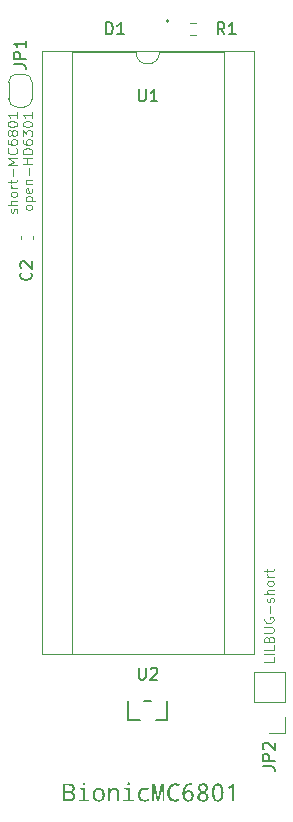
<source format=gbr>
G04 #@! TF.GenerationSoftware,KiCad,Pcbnew,8.0.4+dfsg-1*
G04 #@! TF.CreationDate,2025-02-23T14:36:13+09:00*
G04 #@! TF.ProjectId,bionic-mc6801,62696f6e-6963-42d6-9d63-363830312e6b,6*
G04 #@! TF.SameCoordinates,Original*
G04 #@! TF.FileFunction,Legend,Top*
G04 #@! TF.FilePolarity,Positive*
%FSLAX46Y46*%
G04 Gerber Fmt 4.6, Leading zero omitted, Abs format (unit mm)*
G04 Created by KiCad (PCBNEW 8.0.4+dfsg-1) date 2025-02-23 14:36:13*
%MOMM*%
%LPD*%
G01*
G04 APERTURE LIST*
%ADD10C,0.150000*%
%ADD11C,0.100000*%
%ADD12C,0.152400*%
%ADD13C,0.120000*%
G04 APERTURE END LIST*
D10*
G36*
X107069392Y-135672063D02*
G01*
X107146198Y-135678637D01*
X107228376Y-135692311D01*
X107299659Y-135712297D01*
X107369049Y-135743590D01*
X107394248Y-135759631D01*
X107450027Y-135811219D01*
X107489869Y-135876592D01*
X107513774Y-135955750D01*
X107521618Y-136036321D01*
X107521743Y-136048692D01*
X107513836Y-136126373D01*
X107486873Y-136201904D01*
X107440776Y-136267045D01*
X107384591Y-136314622D01*
X107317243Y-136348819D01*
X107238732Y-136369634D01*
X107221690Y-136372192D01*
X107221690Y-136382450D01*
X107301890Y-136400127D01*
X107371396Y-136425315D01*
X107443241Y-136467361D01*
X107498378Y-136521142D01*
X107536807Y-136586658D01*
X107558528Y-136663909D01*
X107563874Y-136734160D01*
X107559251Y-136807481D01*
X107542168Y-136885274D01*
X107512498Y-136954722D01*
X107470240Y-137015826D01*
X107432350Y-137054362D01*
X107370392Y-137099615D01*
X107299284Y-137133753D01*
X107219024Y-137156776D01*
X107142946Y-137167664D01*
X107074412Y-137170500D01*
X106531460Y-137170500D01*
X106531460Y-137006735D01*
X106724168Y-137006735D01*
X107040340Y-137006735D01*
X107115473Y-137002355D01*
X107195302Y-136984565D01*
X107270436Y-136945152D01*
X107323029Y-136886033D01*
X107353082Y-136807207D01*
X107360909Y-136726466D01*
X107352760Y-136651635D01*
X107321470Y-136578580D01*
X107266713Y-136523788D01*
X107188489Y-136487261D01*
X107105375Y-136470772D01*
X107027151Y-136466714D01*
X106724168Y-136466714D01*
X106724168Y-137006735D01*
X106531460Y-137006735D01*
X106531460Y-136302949D01*
X106724168Y-136302949D01*
X107016526Y-136302949D01*
X107091494Y-136299446D01*
X107169875Y-136285213D01*
X107241454Y-136253683D01*
X107250999Y-136246895D01*
X107298678Y-136189259D01*
X107321115Y-136114589D01*
X107324639Y-136061515D01*
X107315331Y-135985822D01*
X107280331Y-135917465D01*
X107245870Y-135886759D01*
X107173811Y-135854387D01*
X107093926Y-135838824D01*
X107017036Y-135833844D01*
X106996010Y-135833636D01*
X106724168Y-135833636D01*
X106724168Y-136302949D01*
X106531460Y-136302949D01*
X106531460Y-135669871D01*
X106985019Y-135669871D01*
X107069392Y-135672063D01*
G37*
G36*
X108304663Y-135576082D02*
G01*
X108379295Y-135598452D01*
X108412134Y-135665561D01*
X108413840Y-135692952D01*
X108395498Y-135765080D01*
X108381233Y-135781613D01*
X108312869Y-135810301D01*
X108304663Y-135810555D01*
X108233264Y-135791146D01*
X108197080Y-135726832D01*
X108194387Y-135692952D01*
X108212587Y-135617284D01*
X108278817Y-135577908D01*
X108304663Y-135576082D01*
G37*
G36*
X108210141Y-136192307D02*
G01*
X107932803Y-136170691D01*
X107932803Y-136045028D01*
X108397353Y-136045028D01*
X108397353Y-137023221D01*
X108760054Y-137043737D01*
X108760054Y-137170500D01*
X107855500Y-137170500D01*
X107855500Y-137043737D01*
X108210141Y-137023221D01*
X108210141Y-136192307D01*
G37*
G36*
X109629096Y-136027197D02*
G01*
X109704736Y-136044044D01*
X109774657Y-136072122D01*
X109838859Y-136111432D01*
X109897343Y-136161973D01*
X109915567Y-136181316D01*
X109964249Y-136244900D01*
X110002859Y-136315852D01*
X110031396Y-136394171D01*
X110049862Y-136479857D01*
X110057556Y-136556890D01*
X110058815Y-136605566D01*
X110055363Y-136688148D01*
X110045005Y-136765077D01*
X110027742Y-136836354D01*
X109997912Y-136914424D01*
X109958139Y-136984354D01*
X109917399Y-137036410D01*
X109861207Y-137089948D01*
X109798422Y-137132409D01*
X109729041Y-137163793D01*
X109653067Y-137184101D01*
X109570497Y-137193331D01*
X109541509Y-137193947D01*
X109460747Y-137188318D01*
X109385523Y-137171433D01*
X109315838Y-137143290D01*
X109251692Y-137103890D01*
X109193083Y-137053233D01*
X109174778Y-137033846D01*
X109125972Y-136969896D01*
X109087263Y-136898400D01*
X109058652Y-136819355D01*
X109042523Y-136747719D01*
X109033407Y-136670842D01*
X109031163Y-136605566D01*
X109224970Y-136605566D01*
X109227788Y-136682890D01*
X109240310Y-136774157D01*
X109262850Y-136851904D01*
X109305112Y-136930073D01*
X109363027Y-136987115D01*
X109436595Y-137023031D01*
X109525816Y-137037819D01*
X109545539Y-137038242D01*
X109620414Y-137031481D01*
X109699970Y-137004017D01*
X109763926Y-136955425D01*
X109812283Y-136885707D01*
X109839738Y-136814721D01*
X109857209Y-136730214D01*
X109864696Y-136632186D01*
X109865008Y-136605566D01*
X109862181Y-136529028D01*
X109849616Y-136438687D01*
X109826999Y-136361731D01*
X109784591Y-136284356D01*
X109726478Y-136227893D01*
X109652657Y-136192343D01*
X109563131Y-136177704D01*
X109543341Y-136177286D01*
X109468722Y-136183978D01*
X109389441Y-136211164D01*
X109325704Y-136259261D01*
X109277514Y-136328271D01*
X109250154Y-136398536D01*
X109232743Y-136482184D01*
X109225281Y-136579217D01*
X109224970Y-136605566D01*
X109031163Y-136605566D01*
X109034571Y-136523749D01*
X109044795Y-136447514D01*
X109066060Y-136363399D01*
X109097139Y-136287321D01*
X109138033Y-136219280D01*
X109170748Y-136178385D01*
X109226531Y-136125096D01*
X109289193Y-136082833D01*
X109358732Y-136051594D01*
X109435149Y-136031381D01*
X109518444Y-136022194D01*
X109547737Y-136021581D01*
X109629096Y-136027197D01*
G37*
G36*
X111087200Y-137170500D02*
G01*
X111087200Y-136444366D01*
X111081216Y-136367424D01*
X111058238Y-136292308D01*
X111009649Y-136228407D01*
X110937604Y-136190066D01*
X110857181Y-136177547D01*
X110842102Y-136177286D01*
X110767913Y-136183674D01*
X110689088Y-136209628D01*
X110625718Y-136255545D01*
X110577804Y-136321426D01*
X110545347Y-136407271D01*
X110530509Y-136490321D01*
X110525563Y-136586148D01*
X110525563Y-137170500D01*
X110337985Y-137170500D01*
X110337985Y-136045028D01*
X110489293Y-136045028D01*
X110517137Y-136194871D01*
X110527395Y-136194871D01*
X110571951Y-136135980D01*
X110635850Y-136082673D01*
X110712581Y-136045950D01*
X110788564Y-136027673D01*
X110873976Y-136021581D01*
X110967914Y-136028021D01*
X111049327Y-136047341D01*
X111118215Y-136079541D01*
X111186711Y-136137904D01*
X111227418Y-136199084D01*
X111255599Y-136273144D01*
X111271255Y-136360083D01*
X111274778Y-136433741D01*
X111274778Y-137170500D01*
X111087200Y-137170500D01*
G37*
G36*
X112085542Y-135576082D02*
G01*
X112160175Y-135598452D01*
X112193013Y-135665561D01*
X112194719Y-135692952D01*
X112176378Y-135765080D01*
X112162112Y-135781613D01*
X112093748Y-135810301D01*
X112085542Y-135810555D01*
X112014143Y-135791146D01*
X111977959Y-135726832D01*
X111975267Y-135692952D01*
X111993466Y-135617284D01*
X112059696Y-135577908D01*
X112085542Y-135576082D01*
G37*
G36*
X111991020Y-136192307D02*
G01*
X111713683Y-136170691D01*
X111713683Y-136045028D01*
X112178232Y-136045028D01*
X112178232Y-137023221D01*
X112540933Y-137043737D01*
X112540933Y-137170500D01*
X111636380Y-137170500D01*
X111636380Y-137043737D01*
X111991020Y-137023221D01*
X111991020Y-136192307D01*
G37*
G36*
X113786938Y-136082398D02*
G01*
X113723191Y-136245063D01*
X113647948Y-136218937D01*
X113576828Y-136200275D01*
X113501744Y-136188204D01*
X113446952Y-136185346D01*
X113357393Y-136192004D01*
X113279775Y-136211976D01*
X113214099Y-136245264D01*
X113148795Y-136305598D01*
X113109987Y-136368844D01*
X113083119Y-136445406D01*
X113068192Y-136535282D01*
X113064834Y-136611428D01*
X113068102Y-136686264D01*
X113082628Y-136774595D01*
X113108774Y-136849840D01*
X113157799Y-136925493D01*
X113224981Y-136980700D01*
X113310319Y-137015460D01*
X113391664Y-137028546D01*
X113436694Y-137030182D01*
X113518095Y-137026198D01*
X113600367Y-137014245D01*
X113673068Y-136997250D01*
X113746436Y-136974154D01*
X113767521Y-136966435D01*
X113767521Y-137131299D01*
X113694545Y-137158707D01*
X113613739Y-137178285D01*
X113536610Y-137188991D01*
X113453485Y-137193702D01*
X113428634Y-137193947D01*
X113348747Y-137190289D01*
X113274639Y-137179314D01*
X113193336Y-137156486D01*
X113120354Y-137123123D01*
X113055692Y-137079223D01*
X113017207Y-137044104D01*
X112967528Y-136983327D01*
X112928129Y-136913380D01*
X112899007Y-136834263D01*
X112882590Y-136761326D01*
X112873311Y-136682021D01*
X112871027Y-136613992D01*
X112874677Y-136526918D01*
X112885625Y-136446588D01*
X112903871Y-136373002D01*
X112935401Y-136293601D01*
X112977442Y-136223912D01*
X113020504Y-136173256D01*
X113080821Y-136121710D01*
X113149664Y-136080829D01*
X113227035Y-136050613D01*
X113312931Y-136031061D01*
X113391025Y-136022914D01*
X113440724Y-136021581D01*
X113520027Y-136024491D01*
X113597332Y-136033222D01*
X113672638Y-136047773D01*
X113745945Y-136068144D01*
X113786938Y-136082398D01*
G37*
G36*
X114502081Y-137170500D02*
G01*
X114215951Y-135857450D01*
X114207524Y-135851588D01*
X114212907Y-135934059D01*
X114217377Y-136010198D01*
X114221538Y-136093205D01*
X114224384Y-136167094D01*
X114226044Y-136241771D01*
X114226209Y-136269976D01*
X114226209Y-137170500D01*
X114070504Y-137170500D01*
X114070504Y-135669871D01*
X114325127Y-135669871D01*
X114580483Y-136892429D01*
X114586711Y-136892429D01*
X114844265Y-135669871D01*
X115104017Y-135669871D01*
X115104017Y-137170500D01*
X114946114Y-137170500D01*
X114946114Y-136256787D01*
X114947274Y-136182399D01*
X114949778Y-136103464D01*
X114953041Y-136021126D01*
X114956547Y-135942161D01*
X114960769Y-135853786D01*
X114952709Y-135853786D01*
X114661083Y-137170500D01*
X114502081Y-137170500D01*
G37*
G36*
X116372371Y-136965336D02*
G01*
X116372371Y-137132764D01*
X116292847Y-137159531D01*
X116216313Y-137176679D01*
X116133294Y-137187972D01*
X116056971Y-137192991D01*
X116003442Y-137193947D01*
X115926185Y-137190793D01*
X115836182Y-137177979D01*
X115753478Y-137155308D01*
X115678073Y-137122781D01*
X115609967Y-137080397D01*
X115549159Y-137028156D01*
X115516177Y-136992080D01*
X115467521Y-136924855D01*
X115427112Y-136849348D01*
X115394950Y-136765559D01*
X115375157Y-136692563D01*
X115360643Y-136614267D01*
X115351407Y-136530670D01*
X115347448Y-136441773D01*
X115347283Y-136418720D01*
X115350163Y-136331926D01*
X115358801Y-136249780D01*
X115373198Y-136172283D01*
X115393354Y-136099434D01*
X115426647Y-136014909D01*
X115468938Y-135937647D01*
X115520227Y-135867647D01*
X115531565Y-135854519D01*
X115592559Y-135794570D01*
X115660136Y-135744781D01*
X115734296Y-135705154D01*
X115815039Y-135675687D01*
X115902365Y-135656382D01*
X115976966Y-135648253D01*
X116035682Y-135646424D01*
X116118650Y-135649541D01*
X116197472Y-135658892D01*
X116272146Y-135674477D01*
X116342672Y-135696295D01*
X116419711Y-135729630D01*
X116430256Y-135735084D01*
X116350022Y-135895918D01*
X116280634Y-135864512D01*
X116201763Y-135838066D01*
X116123350Y-135821694D01*
X116045394Y-135815397D01*
X116035682Y-135815318D01*
X115955719Y-135821050D01*
X115882066Y-135838244D01*
X115804116Y-135872793D01*
X115734755Y-135922945D01*
X115682140Y-135978350D01*
X115637318Y-136043557D01*
X115601769Y-136116905D01*
X115575494Y-136198392D01*
X115560682Y-136272516D01*
X115552310Y-136352294D01*
X115550249Y-136420185D01*
X115553263Y-136509038D01*
X115562306Y-136591039D01*
X115577378Y-136666188D01*
X115603421Y-136747323D01*
X115638145Y-136818593D01*
X115673714Y-136870447D01*
X115733342Y-136930689D01*
X115803875Y-136976135D01*
X115873010Y-137003311D01*
X115950157Y-137019618D01*
X116035315Y-137025053D01*
X116116189Y-137020329D01*
X116197224Y-137008199D01*
X116275192Y-136991462D01*
X116347269Y-136972567D01*
X116372371Y-136965336D01*
G37*
G36*
X117366832Y-135649155D02*
G01*
X117441344Y-135659243D01*
X117468899Y-135665841D01*
X117468899Y-135825576D01*
X117394812Y-135811639D01*
X117315932Y-135806330D01*
X117297807Y-135806159D01*
X117215285Y-135811234D01*
X117140825Y-135826458D01*
X117064147Y-135857047D01*
X116998443Y-135901451D01*
X116950860Y-135950506D01*
X116905259Y-136021598D01*
X116874210Y-136095426D01*
X116854002Y-136166040D01*
X116838947Y-136244920D01*
X116829044Y-136332063D01*
X116824830Y-136407729D01*
X116837287Y-136407729D01*
X116885851Y-136339493D01*
X116945950Y-136288017D01*
X117017584Y-136253300D01*
X117100754Y-136235343D01*
X117153459Y-136232607D01*
X117237140Y-136238462D01*
X117312511Y-136256029D01*
X117388475Y-136290444D01*
X117453585Y-136340155D01*
X117468166Y-136354973D01*
X117518015Y-136421743D01*
X117549949Y-136489332D01*
X117570979Y-136565478D01*
X117581104Y-136650178D01*
X117582105Y-136689097D01*
X117577739Y-136773534D01*
X117564640Y-136850990D01*
X117542809Y-136921465D01*
X117506301Y-136994863D01*
X117457908Y-137058758D01*
X117399504Y-137111434D01*
X117332966Y-137151172D01*
X117258294Y-137177972D01*
X117175487Y-137191834D01*
X117124516Y-137193947D01*
X117043506Y-137187855D01*
X116968909Y-137169578D01*
X116900727Y-137139117D01*
X116838958Y-137096471D01*
X116783604Y-137041641D01*
X116766579Y-137020657D01*
X116721258Y-136950486D01*
X116685314Y-136870218D01*
X116662524Y-136795614D01*
X116646245Y-136713998D01*
X116639423Y-136652094D01*
X116820800Y-136652094D01*
X116825998Y-136727290D01*
X116844272Y-136805536D01*
X116875702Y-136877059D01*
X116903965Y-136921005D01*
X116955038Y-136975729D01*
X117021370Y-137015528D01*
X117097791Y-137033217D01*
X117122685Y-137034212D01*
X117198848Y-137025411D01*
X117269736Y-136995398D01*
X117327116Y-136944086D01*
X117365949Y-136880352D01*
X117388602Y-136810327D01*
X117399604Y-136728304D01*
X117400755Y-136687998D01*
X117395162Y-136609955D01*
X117375828Y-136535952D01*
X117338609Y-136470004D01*
X117330047Y-136459753D01*
X117268790Y-136411084D01*
X117197702Y-136386203D01*
X117128913Y-136379885D01*
X117051282Y-136388007D01*
X116981881Y-136412372D01*
X116920708Y-136452979D01*
X116909461Y-136463050D01*
X116858983Y-136522745D01*
X116827814Y-136594186D01*
X116820800Y-136652094D01*
X116639423Y-136652094D01*
X116636478Y-136625370D01*
X116633352Y-136549418D01*
X116633222Y-136529728D01*
X116635794Y-136422766D01*
X116643509Y-136322704D01*
X116656367Y-136229543D01*
X116674369Y-136143283D01*
X116697515Y-136063923D01*
X116725803Y-135991465D01*
X116759236Y-135925907D01*
X116819028Y-135840510D01*
X116890393Y-135770639D01*
X116973330Y-135716295D01*
X117067840Y-135677478D01*
X117173923Y-135654188D01*
X117251074Y-135647287D01*
X117291579Y-135646424D01*
X117366832Y-135649155D01*
G37*
G36*
X118447147Y-135651087D02*
G01*
X118519760Y-135665077D01*
X118594247Y-135692486D01*
X118659666Y-135732076D01*
X118674604Y-135743877D01*
X118726055Y-135796885D01*
X118766366Y-135866756D01*
X118786579Y-135937962D01*
X118792207Y-136007293D01*
X118782714Y-136092000D01*
X118754236Y-136169443D01*
X118706774Y-136239622D01*
X118652719Y-136292555D01*
X118585480Y-136340444D01*
X118522196Y-136375123D01*
X118596814Y-136417518D01*
X118661483Y-136462272D01*
X118728329Y-136521530D01*
X118779629Y-136584474D01*
X118815383Y-136651103D01*
X118837769Y-136735922D01*
X118840567Y-136780322D01*
X118834343Y-136858560D01*
X118815673Y-136929787D01*
X118779093Y-137002602D01*
X118726257Y-137066257D01*
X118710507Y-137080740D01*
X118649770Y-137124851D01*
X118581038Y-137158128D01*
X118504312Y-137180570D01*
X118419591Y-137192178D01*
X118367590Y-137193947D01*
X118287623Y-137190199D01*
X118214507Y-137178955D01*
X118137866Y-137156362D01*
X118070552Y-137123566D01*
X118020277Y-137087335D01*
X117965780Y-137028556D01*
X117926854Y-136959199D01*
X117903498Y-136879263D01*
X117895835Y-136800641D01*
X117895713Y-136788748D01*
X117895778Y-136788015D01*
X118078895Y-136788015D01*
X118088890Y-136871684D01*
X118125816Y-136947418D01*
X118189950Y-136999591D01*
X118266577Y-137025557D01*
X118345703Y-137033972D01*
X118363194Y-137034212D01*
X118437080Y-137028909D01*
X118513690Y-137008023D01*
X118580082Y-136967167D01*
X118626965Y-136909242D01*
X118652210Y-136836581D01*
X118657018Y-136779955D01*
X118644606Y-136703239D01*
X118607370Y-136634657D01*
X118592172Y-136616557D01*
X118536854Y-136566922D01*
X118475622Y-136525538D01*
X118409127Y-136488169D01*
X118371620Y-136469278D01*
X118340846Y-136454990D01*
X118265382Y-136495868D01*
X118202708Y-136540878D01*
X118144383Y-136600345D01*
X118104476Y-136665763D01*
X118082988Y-136737131D01*
X118078895Y-136788015D01*
X117895778Y-136788015D01*
X117902806Y-136709014D01*
X117924085Y-136635362D01*
X117959550Y-136567792D01*
X118009200Y-136506304D01*
X118073037Y-136450899D01*
X118151059Y-136401575D01*
X118186240Y-136383549D01*
X118116475Y-136334800D01*
X118058535Y-136282205D01*
X118004615Y-136214014D01*
X117967722Y-136140285D01*
X117947857Y-136061017D01*
X117944841Y-136016452D01*
X118127622Y-136016452D01*
X118137369Y-136091265D01*
X118169446Y-136159593D01*
X118178546Y-136171790D01*
X118234676Y-136223409D01*
X118297931Y-136263279D01*
X118369789Y-136299285D01*
X118438604Y-136264753D01*
X118505786Y-136218591D01*
X118562937Y-136158224D01*
X118597228Y-136090844D01*
X118608658Y-136016452D01*
X118597956Y-135941146D01*
X118559010Y-135874240D01*
X118543812Y-135860015D01*
X118477744Y-135823199D01*
X118399694Y-135807474D01*
X118365392Y-135806159D01*
X118289795Y-135813732D01*
X118217487Y-135841712D01*
X118191736Y-135860015D01*
X118145716Y-135921211D01*
X118128185Y-135997646D01*
X118127622Y-136016452D01*
X117944841Y-136016452D01*
X117944073Y-136005095D01*
X117951561Y-135926922D01*
X117977884Y-135849159D01*
X118023161Y-135782176D01*
X118063874Y-135743511D01*
X118127919Y-135701035D01*
X118199887Y-135670696D01*
X118279777Y-135652492D01*
X118356181Y-135646519D01*
X118367590Y-135646424D01*
X118447147Y-135651087D01*
G37*
G36*
X119711153Y-135653418D02*
G01*
X119788403Y-135674399D01*
X119857435Y-135709369D01*
X119918250Y-135758326D01*
X119970848Y-135821270D01*
X119986554Y-135845360D01*
X120021806Y-135911839D01*
X120051083Y-135986940D01*
X120074385Y-136070663D01*
X120088725Y-136143850D01*
X120099240Y-136222556D01*
X120105932Y-136306779D01*
X120108800Y-136396521D01*
X120108920Y-136419819D01*
X120107032Y-136513561D01*
X120101369Y-136601255D01*
X120091931Y-136682902D01*
X120078718Y-136758500D01*
X120051819Y-136860558D01*
X120016426Y-136949008D01*
X119972538Y-137023850D01*
X119920156Y-137085085D01*
X119859280Y-137132712D01*
X119789910Y-137166731D01*
X119712045Y-137187143D01*
X119625685Y-137193947D01*
X119541227Y-137186953D01*
X119464806Y-137165971D01*
X119396421Y-137131002D01*
X119336074Y-137082045D01*
X119283764Y-137019101D01*
X119268114Y-136995011D01*
X119233073Y-136928514D01*
X119203971Y-136853360D01*
X119180809Y-136769547D01*
X119166555Y-136696262D01*
X119156102Y-136617437D01*
X119149450Y-136533070D01*
X119146600Y-136443162D01*
X119146481Y-136419819D01*
X119146496Y-136419086D01*
X119337357Y-136419086D01*
X119338444Y-136498015D01*
X119341707Y-136571219D01*
X119348845Y-136654674D01*
X119359381Y-136729185D01*
X119376512Y-136806791D01*
X119402683Y-136881053D01*
X119406966Y-136890231D01*
X119446739Y-136953223D01*
X119503363Y-137002576D01*
X119572564Y-137029150D01*
X119625685Y-137034212D01*
X119704627Y-137022794D01*
X119770817Y-136988540D01*
X119824256Y-136931449D01*
X119848435Y-136889864D01*
X119876129Y-136817874D01*
X119894453Y-136742355D01*
X119905905Y-136669681D01*
X119913887Y-136588152D01*
X119918399Y-136497769D01*
X119919509Y-136419086D01*
X119918399Y-136340925D01*
X119913887Y-136251112D01*
X119905905Y-136170065D01*
X119891746Y-136084378D01*
X119872589Y-136011314D01*
X119848435Y-135950873D01*
X119807860Y-135887561D01*
X119750170Y-135837956D01*
X119679730Y-135811247D01*
X119625685Y-135806159D01*
X119548099Y-135817519D01*
X119483091Y-135851600D01*
X119430660Y-135908400D01*
X119406966Y-135949774D01*
X119379843Y-136021193D01*
X119361897Y-136096335D01*
X119350680Y-136168772D01*
X119342863Y-136250136D01*
X119338444Y-136340427D01*
X119337357Y-136419086D01*
X119146496Y-136419086D01*
X119148353Y-136326166D01*
X119153968Y-136238555D01*
X119163328Y-136156986D01*
X119176431Y-136081459D01*
X119203106Y-135979498D01*
X119238204Y-135891131D01*
X119281725Y-135816360D01*
X119333670Y-135755183D01*
X119394039Y-135707601D01*
X119462831Y-135673614D01*
X119540046Y-135653222D01*
X119625685Y-135646424D01*
X119711153Y-135653418D01*
G37*
G36*
X121036554Y-137170500D02*
G01*
X120855204Y-137170500D01*
X120855204Y-136237370D01*
X120855841Y-136157826D01*
X120857219Y-136082856D01*
X120859013Y-136009470D01*
X120861375Y-135927660D01*
X120863264Y-135868441D01*
X120808220Y-135924671D01*
X120749104Y-135978415D01*
X120738700Y-135987509D01*
X120587392Y-136115370D01*
X120487374Y-135985677D01*
X120881948Y-135669871D01*
X121036554Y-135669871D01*
X121036554Y-137170500D01*
G37*
D11*
X124351895Y-124988782D02*
X124351895Y-125369734D01*
X124351895Y-125369734D02*
X123551895Y-125369734D01*
X124351895Y-124722115D02*
X123551895Y-124722115D01*
X124351895Y-123960211D02*
X124351895Y-124341163D01*
X124351895Y-124341163D02*
X123551895Y-124341163D01*
X123932847Y-123426878D02*
X123970942Y-123312592D01*
X123970942Y-123312592D02*
X124009038Y-123274497D01*
X124009038Y-123274497D02*
X124085228Y-123236401D01*
X124085228Y-123236401D02*
X124199514Y-123236401D01*
X124199514Y-123236401D02*
X124275704Y-123274497D01*
X124275704Y-123274497D02*
X124313800Y-123312592D01*
X124313800Y-123312592D02*
X124351895Y-123388782D01*
X124351895Y-123388782D02*
X124351895Y-123693544D01*
X124351895Y-123693544D02*
X123551895Y-123693544D01*
X123551895Y-123693544D02*
X123551895Y-123426878D01*
X123551895Y-123426878D02*
X123589990Y-123350687D01*
X123589990Y-123350687D02*
X123628085Y-123312592D01*
X123628085Y-123312592D02*
X123704276Y-123274497D01*
X123704276Y-123274497D02*
X123780466Y-123274497D01*
X123780466Y-123274497D02*
X123856657Y-123312592D01*
X123856657Y-123312592D02*
X123894752Y-123350687D01*
X123894752Y-123350687D02*
X123932847Y-123426878D01*
X123932847Y-123426878D02*
X123932847Y-123693544D01*
X123551895Y-122893544D02*
X124199514Y-122893544D01*
X124199514Y-122893544D02*
X124275704Y-122855449D01*
X124275704Y-122855449D02*
X124313800Y-122817354D01*
X124313800Y-122817354D02*
X124351895Y-122741163D01*
X124351895Y-122741163D02*
X124351895Y-122588782D01*
X124351895Y-122588782D02*
X124313800Y-122512592D01*
X124313800Y-122512592D02*
X124275704Y-122474497D01*
X124275704Y-122474497D02*
X124199514Y-122436401D01*
X124199514Y-122436401D02*
X123551895Y-122436401D01*
X123589990Y-121636402D02*
X123551895Y-121712592D01*
X123551895Y-121712592D02*
X123551895Y-121826878D01*
X123551895Y-121826878D02*
X123589990Y-121941164D01*
X123589990Y-121941164D02*
X123666180Y-122017354D01*
X123666180Y-122017354D02*
X123742371Y-122055449D01*
X123742371Y-122055449D02*
X123894752Y-122093545D01*
X123894752Y-122093545D02*
X124009038Y-122093545D01*
X124009038Y-122093545D02*
X124161419Y-122055449D01*
X124161419Y-122055449D02*
X124237609Y-122017354D01*
X124237609Y-122017354D02*
X124313800Y-121941164D01*
X124313800Y-121941164D02*
X124351895Y-121826878D01*
X124351895Y-121826878D02*
X124351895Y-121750687D01*
X124351895Y-121750687D02*
X124313800Y-121636402D01*
X124313800Y-121636402D02*
X124275704Y-121598306D01*
X124275704Y-121598306D02*
X124009038Y-121598306D01*
X124009038Y-121598306D02*
X124009038Y-121750687D01*
X124047133Y-121255449D02*
X124047133Y-120645926D01*
X124313800Y-120303069D02*
X124351895Y-120226878D01*
X124351895Y-120226878D02*
X124351895Y-120074497D01*
X124351895Y-120074497D02*
X124313800Y-119998307D01*
X124313800Y-119998307D02*
X124237609Y-119960211D01*
X124237609Y-119960211D02*
X124199514Y-119960211D01*
X124199514Y-119960211D02*
X124123323Y-119998307D01*
X124123323Y-119998307D02*
X124085228Y-120074497D01*
X124085228Y-120074497D02*
X124085228Y-120188783D01*
X124085228Y-120188783D02*
X124047133Y-120264973D01*
X124047133Y-120264973D02*
X123970942Y-120303069D01*
X123970942Y-120303069D02*
X123932847Y-120303069D01*
X123932847Y-120303069D02*
X123856657Y-120264973D01*
X123856657Y-120264973D02*
X123818561Y-120188783D01*
X123818561Y-120188783D02*
X123818561Y-120074497D01*
X123818561Y-120074497D02*
X123856657Y-119998307D01*
X124351895Y-119617354D02*
X123551895Y-119617354D01*
X124351895Y-119274497D02*
X123932847Y-119274497D01*
X123932847Y-119274497D02*
X123856657Y-119312592D01*
X123856657Y-119312592D02*
X123818561Y-119388783D01*
X123818561Y-119388783D02*
X123818561Y-119503069D01*
X123818561Y-119503069D02*
X123856657Y-119579259D01*
X123856657Y-119579259D02*
X123894752Y-119617354D01*
X124351895Y-118779259D02*
X124313800Y-118855449D01*
X124313800Y-118855449D02*
X124275704Y-118893544D01*
X124275704Y-118893544D02*
X124199514Y-118931640D01*
X124199514Y-118931640D02*
X123970942Y-118931640D01*
X123970942Y-118931640D02*
X123894752Y-118893544D01*
X123894752Y-118893544D02*
X123856657Y-118855449D01*
X123856657Y-118855449D02*
X123818561Y-118779259D01*
X123818561Y-118779259D02*
X123818561Y-118664973D01*
X123818561Y-118664973D02*
X123856657Y-118588782D01*
X123856657Y-118588782D02*
X123894752Y-118550687D01*
X123894752Y-118550687D02*
X123970942Y-118512592D01*
X123970942Y-118512592D02*
X124199514Y-118512592D01*
X124199514Y-118512592D02*
X124275704Y-118550687D01*
X124275704Y-118550687D02*
X124313800Y-118588782D01*
X124313800Y-118588782D02*
X124351895Y-118664973D01*
X124351895Y-118664973D02*
X124351895Y-118779259D01*
X124351895Y-118169734D02*
X123818561Y-118169734D01*
X123970942Y-118169734D02*
X123894752Y-118131639D01*
X123894752Y-118131639D02*
X123856657Y-118093544D01*
X123856657Y-118093544D02*
X123818561Y-118017353D01*
X123818561Y-118017353D02*
X123818561Y-117941163D01*
X123818561Y-117788782D02*
X123818561Y-117484020D01*
X123551895Y-117674496D02*
X124237609Y-117674496D01*
X124237609Y-117674496D02*
X124313800Y-117636401D01*
X124313800Y-117636401D02*
X124351895Y-117560211D01*
X124351895Y-117560211D02*
X124351895Y-117484020D01*
X102587823Y-87349410D02*
X102625918Y-87273219D01*
X102625918Y-87273219D02*
X102625918Y-87120838D01*
X102625918Y-87120838D02*
X102587823Y-87044648D01*
X102587823Y-87044648D02*
X102511632Y-87006552D01*
X102511632Y-87006552D02*
X102473537Y-87006552D01*
X102473537Y-87006552D02*
X102397346Y-87044648D01*
X102397346Y-87044648D02*
X102359251Y-87120838D01*
X102359251Y-87120838D02*
X102359251Y-87235124D01*
X102359251Y-87235124D02*
X102321156Y-87311314D01*
X102321156Y-87311314D02*
X102244965Y-87349410D01*
X102244965Y-87349410D02*
X102206870Y-87349410D01*
X102206870Y-87349410D02*
X102130680Y-87311314D01*
X102130680Y-87311314D02*
X102092584Y-87235124D01*
X102092584Y-87235124D02*
X102092584Y-87120838D01*
X102092584Y-87120838D02*
X102130680Y-87044648D01*
X102625918Y-86663695D02*
X101825918Y-86663695D01*
X102625918Y-86320838D02*
X102206870Y-86320838D01*
X102206870Y-86320838D02*
X102130680Y-86358933D01*
X102130680Y-86358933D02*
X102092584Y-86435124D01*
X102092584Y-86435124D02*
X102092584Y-86549410D01*
X102092584Y-86549410D02*
X102130680Y-86625600D01*
X102130680Y-86625600D02*
X102168775Y-86663695D01*
X102625918Y-85825600D02*
X102587823Y-85901790D01*
X102587823Y-85901790D02*
X102549727Y-85939885D01*
X102549727Y-85939885D02*
X102473537Y-85977981D01*
X102473537Y-85977981D02*
X102244965Y-85977981D01*
X102244965Y-85977981D02*
X102168775Y-85939885D01*
X102168775Y-85939885D02*
X102130680Y-85901790D01*
X102130680Y-85901790D02*
X102092584Y-85825600D01*
X102092584Y-85825600D02*
X102092584Y-85711314D01*
X102092584Y-85711314D02*
X102130680Y-85635123D01*
X102130680Y-85635123D02*
X102168775Y-85597028D01*
X102168775Y-85597028D02*
X102244965Y-85558933D01*
X102244965Y-85558933D02*
X102473537Y-85558933D01*
X102473537Y-85558933D02*
X102549727Y-85597028D01*
X102549727Y-85597028D02*
X102587823Y-85635123D01*
X102587823Y-85635123D02*
X102625918Y-85711314D01*
X102625918Y-85711314D02*
X102625918Y-85825600D01*
X102625918Y-85216075D02*
X102092584Y-85216075D01*
X102244965Y-85216075D02*
X102168775Y-85177980D01*
X102168775Y-85177980D02*
X102130680Y-85139885D01*
X102130680Y-85139885D02*
X102092584Y-85063694D01*
X102092584Y-85063694D02*
X102092584Y-84987504D01*
X102092584Y-84835123D02*
X102092584Y-84530361D01*
X101825918Y-84720837D02*
X102511632Y-84720837D01*
X102511632Y-84720837D02*
X102587823Y-84682742D01*
X102587823Y-84682742D02*
X102625918Y-84606552D01*
X102625918Y-84606552D02*
X102625918Y-84530361D01*
X102321156Y-84263694D02*
X102321156Y-83654171D01*
X102625918Y-83273218D02*
X101825918Y-83273218D01*
X101825918Y-83273218D02*
X102397346Y-83006552D01*
X102397346Y-83006552D02*
X101825918Y-82739885D01*
X101825918Y-82739885D02*
X102625918Y-82739885D01*
X102549727Y-81901789D02*
X102587823Y-81939885D01*
X102587823Y-81939885D02*
X102625918Y-82054170D01*
X102625918Y-82054170D02*
X102625918Y-82130361D01*
X102625918Y-82130361D02*
X102587823Y-82244647D01*
X102587823Y-82244647D02*
X102511632Y-82320837D01*
X102511632Y-82320837D02*
X102435442Y-82358932D01*
X102435442Y-82358932D02*
X102283061Y-82397028D01*
X102283061Y-82397028D02*
X102168775Y-82397028D01*
X102168775Y-82397028D02*
X102016394Y-82358932D01*
X102016394Y-82358932D02*
X101940203Y-82320837D01*
X101940203Y-82320837D02*
X101864013Y-82244647D01*
X101864013Y-82244647D02*
X101825918Y-82130361D01*
X101825918Y-82130361D02*
X101825918Y-82054170D01*
X101825918Y-82054170D02*
X101864013Y-81939885D01*
X101864013Y-81939885D02*
X101902108Y-81901789D01*
X101825918Y-81216075D02*
X101825918Y-81368456D01*
X101825918Y-81368456D02*
X101864013Y-81444647D01*
X101864013Y-81444647D02*
X101902108Y-81482742D01*
X101902108Y-81482742D02*
X102016394Y-81558932D01*
X102016394Y-81558932D02*
X102168775Y-81597028D01*
X102168775Y-81597028D02*
X102473537Y-81597028D01*
X102473537Y-81597028D02*
X102549727Y-81558932D01*
X102549727Y-81558932D02*
X102587823Y-81520837D01*
X102587823Y-81520837D02*
X102625918Y-81444647D01*
X102625918Y-81444647D02*
X102625918Y-81292266D01*
X102625918Y-81292266D02*
X102587823Y-81216075D01*
X102587823Y-81216075D02*
X102549727Y-81177980D01*
X102549727Y-81177980D02*
X102473537Y-81139885D01*
X102473537Y-81139885D02*
X102283061Y-81139885D01*
X102283061Y-81139885D02*
X102206870Y-81177980D01*
X102206870Y-81177980D02*
X102168775Y-81216075D01*
X102168775Y-81216075D02*
X102130680Y-81292266D01*
X102130680Y-81292266D02*
X102130680Y-81444647D01*
X102130680Y-81444647D02*
X102168775Y-81520837D01*
X102168775Y-81520837D02*
X102206870Y-81558932D01*
X102206870Y-81558932D02*
X102283061Y-81597028D01*
X102168775Y-80682742D02*
X102130680Y-80758932D01*
X102130680Y-80758932D02*
X102092584Y-80797027D01*
X102092584Y-80797027D02*
X102016394Y-80835123D01*
X102016394Y-80835123D02*
X101978299Y-80835123D01*
X101978299Y-80835123D02*
X101902108Y-80797027D01*
X101902108Y-80797027D02*
X101864013Y-80758932D01*
X101864013Y-80758932D02*
X101825918Y-80682742D01*
X101825918Y-80682742D02*
X101825918Y-80530361D01*
X101825918Y-80530361D02*
X101864013Y-80454170D01*
X101864013Y-80454170D02*
X101902108Y-80416075D01*
X101902108Y-80416075D02*
X101978299Y-80377980D01*
X101978299Y-80377980D02*
X102016394Y-80377980D01*
X102016394Y-80377980D02*
X102092584Y-80416075D01*
X102092584Y-80416075D02*
X102130680Y-80454170D01*
X102130680Y-80454170D02*
X102168775Y-80530361D01*
X102168775Y-80530361D02*
X102168775Y-80682742D01*
X102168775Y-80682742D02*
X102206870Y-80758932D01*
X102206870Y-80758932D02*
X102244965Y-80797027D01*
X102244965Y-80797027D02*
X102321156Y-80835123D01*
X102321156Y-80835123D02*
X102473537Y-80835123D01*
X102473537Y-80835123D02*
X102549727Y-80797027D01*
X102549727Y-80797027D02*
X102587823Y-80758932D01*
X102587823Y-80758932D02*
X102625918Y-80682742D01*
X102625918Y-80682742D02*
X102625918Y-80530361D01*
X102625918Y-80530361D02*
X102587823Y-80454170D01*
X102587823Y-80454170D02*
X102549727Y-80416075D01*
X102549727Y-80416075D02*
X102473537Y-80377980D01*
X102473537Y-80377980D02*
X102321156Y-80377980D01*
X102321156Y-80377980D02*
X102244965Y-80416075D01*
X102244965Y-80416075D02*
X102206870Y-80454170D01*
X102206870Y-80454170D02*
X102168775Y-80530361D01*
X101825918Y-79882741D02*
X101825918Y-79806551D01*
X101825918Y-79806551D02*
X101864013Y-79730360D01*
X101864013Y-79730360D02*
X101902108Y-79692265D01*
X101902108Y-79692265D02*
X101978299Y-79654170D01*
X101978299Y-79654170D02*
X102130680Y-79616075D01*
X102130680Y-79616075D02*
X102321156Y-79616075D01*
X102321156Y-79616075D02*
X102473537Y-79654170D01*
X102473537Y-79654170D02*
X102549727Y-79692265D01*
X102549727Y-79692265D02*
X102587823Y-79730360D01*
X102587823Y-79730360D02*
X102625918Y-79806551D01*
X102625918Y-79806551D02*
X102625918Y-79882741D01*
X102625918Y-79882741D02*
X102587823Y-79958932D01*
X102587823Y-79958932D02*
X102549727Y-79997027D01*
X102549727Y-79997027D02*
X102473537Y-80035122D01*
X102473537Y-80035122D02*
X102321156Y-80073218D01*
X102321156Y-80073218D02*
X102130680Y-80073218D01*
X102130680Y-80073218D02*
X101978299Y-80035122D01*
X101978299Y-80035122D02*
X101902108Y-79997027D01*
X101902108Y-79997027D02*
X101864013Y-79958932D01*
X101864013Y-79958932D02*
X101825918Y-79882741D01*
X102625918Y-78854170D02*
X102625918Y-79311313D01*
X102625918Y-79082741D02*
X101825918Y-79082741D01*
X101825918Y-79082741D02*
X101940203Y-79158932D01*
X101940203Y-79158932D02*
X102016394Y-79235122D01*
X102016394Y-79235122D02*
X102054489Y-79311313D01*
X103913873Y-86930362D02*
X103875778Y-87006552D01*
X103875778Y-87006552D02*
X103837682Y-87044647D01*
X103837682Y-87044647D02*
X103761492Y-87082743D01*
X103761492Y-87082743D02*
X103532920Y-87082743D01*
X103532920Y-87082743D02*
X103456730Y-87044647D01*
X103456730Y-87044647D02*
X103418635Y-87006552D01*
X103418635Y-87006552D02*
X103380539Y-86930362D01*
X103380539Y-86930362D02*
X103380539Y-86816076D01*
X103380539Y-86816076D02*
X103418635Y-86739885D01*
X103418635Y-86739885D02*
X103456730Y-86701790D01*
X103456730Y-86701790D02*
X103532920Y-86663695D01*
X103532920Y-86663695D02*
X103761492Y-86663695D01*
X103761492Y-86663695D02*
X103837682Y-86701790D01*
X103837682Y-86701790D02*
X103875778Y-86739885D01*
X103875778Y-86739885D02*
X103913873Y-86816076D01*
X103913873Y-86816076D02*
X103913873Y-86930362D01*
X103380539Y-86320837D02*
X104180539Y-86320837D01*
X103418635Y-86320837D02*
X103380539Y-86244647D01*
X103380539Y-86244647D02*
X103380539Y-86092266D01*
X103380539Y-86092266D02*
X103418635Y-86016075D01*
X103418635Y-86016075D02*
X103456730Y-85977980D01*
X103456730Y-85977980D02*
X103532920Y-85939885D01*
X103532920Y-85939885D02*
X103761492Y-85939885D01*
X103761492Y-85939885D02*
X103837682Y-85977980D01*
X103837682Y-85977980D02*
X103875778Y-86016075D01*
X103875778Y-86016075D02*
X103913873Y-86092266D01*
X103913873Y-86092266D02*
X103913873Y-86244647D01*
X103913873Y-86244647D02*
X103875778Y-86320837D01*
X103875778Y-85292265D02*
X103913873Y-85368456D01*
X103913873Y-85368456D02*
X103913873Y-85520837D01*
X103913873Y-85520837D02*
X103875778Y-85597027D01*
X103875778Y-85597027D02*
X103799587Y-85635123D01*
X103799587Y-85635123D02*
X103494825Y-85635123D01*
X103494825Y-85635123D02*
X103418635Y-85597027D01*
X103418635Y-85597027D02*
X103380539Y-85520837D01*
X103380539Y-85520837D02*
X103380539Y-85368456D01*
X103380539Y-85368456D02*
X103418635Y-85292265D01*
X103418635Y-85292265D02*
X103494825Y-85254170D01*
X103494825Y-85254170D02*
X103571016Y-85254170D01*
X103571016Y-85254170D02*
X103647206Y-85635123D01*
X103380539Y-84911313D02*
X103913873Y-84911313D01*
X103456730Y-84911313D02*
X103418635Y-84873218D01*
X103418635Y-84873218D02*
X103380539Y-84797028D01*
X103380539Y-84797028D02*
X103380539Y-84682742D01*
X103380539Y-84682742D02*
X103418635Y-84606551D01*
X103418635Y-84606551D02*
X103494825Y-84568456D01*
X103494825Y-84568456D02*
X103913873Y-84568456D01*
X103609111Y-84187503D02*
X103609111Y-83577980D01*
X103913873Y-83197027D02*
X103113873Y-83197027D01*
X103494825Y-83197027D02*
X103494825Y-82739884D01*
X103913873Y-82739884D02*
X103113873Y-82739884D01*
X103913873Y-82358932D02*
X103113873Y-82358932D01*
X103113873Y-82358932D02*
X103113873Y-82168456D01*
X103113873Y-82168456D02*
X103151968Y-82054170D01*
X103151968Y-82054170D02*
X103228158Y-81977980D01*
X103228158Y-81977980D02*
X103304349Y-81939885D01*
X103304349Y-81939885D02*
X103456730Y-81901789D01*
X103456730Y-81901789D02*
X103571016Y-81901789D01*
X103571016Y-81901789D02*
X103723397Y-81939885D01*
X103723397Y-81939885D02*
X103799587Y-81977980D01*
X103799587Y-81977980D02*
X103875778Y-82054170D01*
X103875778Y-82054170D02*
X103913873Y-82168456D01*
X103913873Y-82168456D02*
X103913873Y-82358932D01*
X103113873Y-81216075D02*
X103113873Y-81368456D01*
X103113873Y-81368456D02*
X103151968Y-81444647D01*
X103151968Y-81444647D02*
X103190063Y-81482742D01*
X103190063Y-81482742D02*
X103304349Y-81558932D01*
X103304349Y-81558932D02*
X103456730Y-81597028D01*
X103456730Y-81597028D02*
X103761492Y-81597028D01*
X103761492Y-81597028D02*
X103837682Y-81558932D01*
X103837682Y-81558932D02*
X103875778Y-81520837D01*
X103875778Y-81520837D02*
X103913873Y-81444647D01*
X103913873Y-81444647D02*
X103913873Y-81292266D01*
X103913873Y-81292266D02*
X103875778Y-81216075D01*
X103875778Y-81216075D02*
X103837682Y-81177980D01*
X103837682Y-81177980D02*
X103761492Y-81139885D01*
X103761492Y-81139885D02*
X103571016Y-81139885D01*
X103571016Y-81139885D02*
X103494825Y-81177980D01*
X103494825Y-81177980D02*
X103456730Y-81216075D01*
X103456730Y-81216075D02*
X103418635Y-81292266D01*
X103418635Y-81292266D02*
X103418635Y-81444647D01*
X103418635Y-81444647D02*
X103456730Y-81520837D01*
X103456730Y-81520837D02*
X103494825Y-81558932D01*
X103494825Y-81558932D02*
X103571016Y-81597028D01*
X103113873Y-80873218D02*
X103113873Y-80377980D01*
X103113873Y-80377980D02*
X103418635Y-80644646D01*
X103418635Y-80644646D02*
X103418635Y-80530361D01*
X103418635Y-80530361D02*
X103456730Y-80454170D01*
X103456730Y-80454170D02*
X103494825Y-80416075D01*
X103494825Y-80416075D02*
X103571016Y-80377980D01*
X103571016Y-80377980D02*
X103761492Y-80377980D01*
X103761492Y-80377980D02*
X103837682Y-80416075D01*
X103837682Y-80416075D02*
X103875778Y-80454170D01*
X103875778Y-80454170D02*
X103913873Y-80530361D01*
X103913873Y-80530361D02*
X103913873Y-80758932D01*
X103913873Y-80758932D02*
X103875778Y-80835123D01*
X103875778Y-80835123D02*
X103837682Y-80873218D01*
X103113873Y-79882741D02*
X103113873Y-79806551D01*
X103113873Y-79806551D02*
X103151968Y-79730360D01*
X103151968Y-79730360D02*
X103190063Y-79692265D01*
X103190063Y-79692265D02*
X103266254Y-79654170D01*
X103266254Y-79654170D02*
X103418635Y-79616075D01*
X103418635Y-79616075D02*
X103609111Y-79616075D01*
X103609111Y-79616075D02*
X103761492Y-79654170D01*
X103761492Y-79654170D02*
X103837682Y-79692265D01*
X103837682Y-79692265D02*
X103875778Y-79730360D01*
X103875778Y-79730360D02*
X103913873Y-79806551D01*
X103913873Y-79806551D02*
X103913873Y-79882741D01*
X103913873Y-79882741D02*
X103875778Y-79958932D01*
X103875778Y-79958932D02*
X103837682Y-79997027D01*
X103837682Y-79997027D02*
X103761492Y-80035122D01*
X103761492Y-80035122D02*
X103609111Y-80073218D01*
X103609111Y-80073218D02*
X103418635Y-80073218D01*
X103418635Y-80073218D02*
X103266254Y-80035122D01*
X103266254Y-80035122D02*
X103190063Y-79997027D01*
X103190063Y-79997027D02*
X103151968Y-79958932D01*
X103151968Y-79958932D02*
X103113873Y-79882741D01*
X103913873Y-78854170D02*
X103913873Y-79311313D01*
X103913873Y-79082741D02*
X103113873Y-79082741D01*
X103113873Y-79082741D02*
X103228158Y-79158932D01*
X103228158Y-79158932D02*
X103304349Y-79235122D01*
X103304349Y-79235122D02*
X103342444Y-79311313D01*
D10*
X112938095Y-125868219D02*
X112938095Y-126677742D01*
X112938095Y-126677742D02*
X112985714Y-126772980D01*
X112985714Y-126772980D02*
X113033333Y-126820600D01*
X113033333Y-126820600D02*
X113128571Y-126868219D01*
X113128571Y-126868219D02*
X113319047Y-126868219D01*
X113319047Y-126868219D02*
X113414285Y-126820600D01*
X113414285Y-126820600D02*
X113461904Y-126772980D01*
X113461904Y-126772980D02*
X113509523Y-126677742D01*
X113509523Y-126677742D02*
X113509523Y-125868219D01*
X113938095Y-125963457D02*
X113985714Y-125915838D01*
X113985714Y-125915838D02*
X114080952Y-125868219D01*
X114080952Y-125868219D02*
X114319047Y-125868219D01*
X114319047Y-125868219D02*
X114414285Y-125915838D01*
X114414285Y-125915838D02*
X114461904Y-125963457D01*
X114461904Y-125963457D02*
X114509523Y-126058695D01*
X114509523Y-126058695D02*
X114509523Y-126153933D01*
X114509523Y-126153933D02*
X114461904Y-126296790D01*
X114461904Y-126296790D02*
X113890476Y-126868219D01*
X113890476Y-126868219D02*
X114509523Y-126868219D01*
X112938095Y-76897019D02*
X112938095Y-77706542D01*
X112938095Y-77706542D02*
X112985714Y-77801780D01*
X112985714Y-77801780D02*
X113033333Y-77849400D01*
X113033333Y-77849400D02*
X113128571Y-77897019D01*
X113128571Y-77897019D02*
X113319047Y-77897019D01*
X113319047Y-77897019D02*
X113414285Y-77849400D01*
X113414285Y-77849400D02*
X113461904Y-77801780D01*
X113461904Y-77801780D02*
X113509523Y-77706542D01*
X113509523Y-77706542D02*
X113509523Y-76897019D01*
X114509523Y-77897019D02*
X113938095Y-77897019D01*
X114223809Y-77897019D02*
X114223809Y-76897019D01*
X114223809Y-76897019D02*
X114128571Y-77039876D01*
X114128571Y-77039876D02*
X114033333Y-77135114D01*
X114033333Y-77135114D02*
X113938095Y-77182733D01*
X102359819Y-74770333D02*
X103074104Y-74770333D01*
X103074104Y-74770333D02*
X103216961Y-74817952D01*
X103216961Y-74817952D02*
X103312200Y-74913190D01*
X103312200Y-74913190D02*
X103359819Y-75056047D01*
X103359819Y-75056047D02*
X103359819Y-75151285D01*
X103359819Y-74294142D02*
X102359819Y-74294142D01*
X102359819Y-74294142D02*
X102359819Y-73913190D01*
X102359819Y-73913190D02*
X102407438Y-73817952D01*
X102407438Y-73817952D02*
X102455057Y-73770333D01*
X102455057Y-73770333D02*
X102550295Y-73722714D01*
X102550295Y-73722714D02*
X102693152Y-73722714D01*
X102693152Y-73722714D02*
X102788390Y-73770333D01*
X102788390Y-73770333D02*
X102836009Y-73817952D01*
X102836009Y-73817952D02*
X102883628Y-73913190D01*
X102883628Y-73913190D02*
X102883628Y-74294142D01*
X103359819Y-72770333D02*
X103359819Y-73341761D01*
X103359819Y-73056047D02*
X102359819Y-73056047D01*
X102359819Y-73056047D02*
X102502676Y-73151285D01*
X102502676Y-73151285D02*
X102597914Y-73246523D01*
X102597914Y-73246523D02*
X102645533Y-73341761D01*
X110167905Y-72232819D02*
X110167905Y-71232819D01*
X110167905Y-71232819D02*
X110406000Y-71232819D01*
X110406000Y-71232819D02*
X110548857Y-71280438D01*
X110548857Y-71280438D02*
X110644095Y-71375676D01*
X110644095Y-71375676D02*
X110691714Y-71470914D01*
X110691714Y-71470914D02*
X110739333Y-71661390D01*
X110739333Y-71661390D02*
X110739333Y-71804247D01*
X110739333Y-71804247D02*
X110691714Y-71994723D01*
X110691714Y-71994723D02*
X110644095Y-72089961D01*
X110644095Y-72089961D02*
X110548857Y-72185200D01*
X110548857Y-72185200D02*
X110406000Y-72232819D01*
X110406000Y-72232819D02*
X110167905Y-72232819D01*
X111691714Y-72232819D02*
X111120286Y-72232819D01*
X111406000Y-72232819D02*
X111406000Y-71232819D01*
X111406000Y-71232819D02*
X111310762Y-71375676D01*
X111310762Y-71375676D02*
X111215524Y-71470914D01*
X111215524Y-71470914D02*
X111120286Y-71518533D01*
X120188133Y-72232819D02*
X119854800Y-71756628D01*
X119616705Y-72232819D02*
X119616705Y-71232819D01*
X119616705Y-71232819D02*
X119997657Y-71232819D01*
X119997657Y-71232819D02*
X120092895Y-71280438D01*
X120092895Y-71280438D02*
X120140514Y-71328057D01*
X120140514Y-71328057D02*
X120188133Y-71423295D01*
X120188133Y-71423295D02*
X120188133Y-71566152D01*
X120188133Y-71566152D02*
X120140514Y-71661390D01*
X120140514Y-71661390D02*
X120092895Y-71709009D01*
X120092895Y-71709009D02*
X119997657Y-71756628D01*
X119997657Y-71756628D02*
X119616705Y-71756628D01*
X121140514Y-72232819D02*
X120569086Y-72232819D01*
X120854800Y-72232819D02*
X120854800Y-71232819D01*
X120854800Y-71232819D02*
X120759562Y-71375676D01*
X120759562Y-71375676D02*
X120664324Y-71470914D01*
X120664324Y-71470914D02*
X120569086Y-71518533D01*
X123441819Y-134206333D02*
X124156104Y-134206333D01*
X124156104Y-134206333D02*
X124298961Y-134253952D01*
X124298961Y-134253952D02*
X124394200Y-134349190D01*
X124394200Y-134349190D02*
X124441819Y-134492047D01*
X124441819Y-134492047D02*
X124441819Y-134587285D01*
X124441819Y-133730142D02*
X123441819Y-133730142D01*
X123441819Y-133730142D02*
X123441819Y-133349190D01*
X123441819Y-133349190D02*
X123489438Y-133253952D01*
X123489438Y-133253952D02*
X123537057Y-133206333D01*
X123537057Y-133206333D02*
X123632295Y-133158714D01*
X123632295Y-133158714D02*
X123775152Y-133158714D01*
X123775152Y-133158714D02*
X123870390Y-133206333D01*
X123870390Y-133206333D02*
X123918009Y-133253952D01*
X123918009Y-133253952D02*
X123965628Y-133349190D01*
X123965628Y-133349190D02*
X123965628Y-133730142D01*
X123537057Y-132777761D02*
X123489438Y-132730142D01*
X123489438Y-132730142D02*
X123441819Y-132634904D01*
X123441819Y-132634904D02*
X123441819Y-132396809D01*
X123441819Y-132396809D02*
X123489438Y-132301571D01*
X123489438Y-132301571D02*
X123537057Y-132253952D01*
X123537057Y-132253952D02*
X123632295Y-132206333D01*
X123632295Y-132206333D02*
X123727533Y-132206333D01*
X123727533Y-132206333D02*
X123870390Y-132253952D01*
X123870390Y-132253952D02*
X124441819Y-132825380D01*
X124441819Y-132825380D02*
X124441819Y-132206333D01*
X103797980Y-92418166D02*
X103845600Y-92465785D01*
X103845600Y-92465785D02*
X103893219Y-92608642D01*
X103893219Y-92608642D02*
X103893219Y-92703880D01*
X103893219Y-92703880D02*
X103845600Y-92846737D01*
X103845600Y-92846737D02*
X103750361Y-92941975D01*
X103750361Y-92941975D02*
X103655123Y-92989594D01*
X103655123Y-92989594D02*
X103464647Y-93037213D01*
X103464647Y-93037213D02*
X103321790Y-93037213D01*
X103321790Y-93037213D02*
X103131314Y-92989594D01*
X103131314Y-92989594D02*
X103036076Y-92941975D01*
X103036076Y-92941975D02*
X102940838Y-92846737D01*
X102940838Y-92846737D02*
X102893219Y-92703880D01*
X102893219Y-92703880D02*
X102893219Y-92608642D01*
X102893219Y-92608642D02*
X102940838Y-92465785D01*
X102940838Y-92465785D02*
X102988457Y-92418166D01*
X102988457Y-92037213D02*
X102940838Y-91989594D01*
X102940838Y-91989594D02*
X102893219Y-91894356D01*
X102893219Y-91894356D02*
X102893219Y-91656261D01*
X102893219Y-91656261D02*
X102940838Y-91561023D01*
X102940838Y-91561023D02*
X102988457Y-91513404D01*
X102988457Y-91513404D02*
X103083695Y-91465785D01*
X103083695Y-91465785D02*
X103178933Y-91465785D01*
X103178933Y-91465785D02*
X103321790Y-91513404D01*
X103321790Y-91513404D02*
X103893219Y-92084832D01*
X103893219Y-92084832D02*
X103893219Y-91465785D01*
D12*
X115352000Y-130313800D02*
X115352000Y-128659800D01*
X114362940Y-130313800D02*
X115352000Y-130313800D01*
X113987061Y-128659800D02*
X113412939Y-128659800D01*
X112048000Y-130313800D02*
X113037060Y-130313800D01*
X112048000Y-128659800D02*
X112048000Y-130313800D01*
D13*
X104750000Y-73690000D02*
X104750000Y-124730000D01*
X104750000Y-124730000D02*
X122650000Y-124730000D01*
X107240000Y-73750000D02*
X107240000Y-124670000D01*
X107240000Y-124670000D02*
X120160000Y-124670000D01*
X112700000Y-73750000D02*
X107240000Y-73750000D01*
X120160000Y-73750000D02*
X114700000Y-73750000D01*
X120160000Y-124670000D02*
X120160000Y-73750000D01*
X122650000Y-73690000D02*
X104750000Y-73690000D01*
X122650000Y-124730000D02*
X122650000Y-73690000D01*
X114700000Y-73750000D02*
G75*
G02*
X112700000Y-73750000I-1000000J0D01*
G01*
X102605000Y-75600000D02*
X103205000Y-75600000D01*
X103905000Y-76300000D02*
X103905000Y-77700000D01*
X101905000Y-77700000D02*
X101905000Y-76300000D01*
X103205000Y-78400000D02*
X102605000Y-78400000D01*
X103205000Y-75600000D02*
G75*
G02*
X103905000Y-76300000I1J-699999D01*
G01*
X101905000Y-76300000D02*
G75*
G02*
X102605000Y-75600000I699999J1D01*
G01*
X103905000Y-77700000D02*
G75*
G02*
X103205000Y-78400000I-700000J0D01*
G01*
X102605000Y-78400000D02*
G75*
G02*
X101905000Y-77700000I0J700000D01*
G01*
D12*
X115458950Y-71092200D02*
G75*
G02*
X115306550Y-71092200I-76200J0D01*
G01*
X115306550Y-71092200D02*
G75*
G02*
X115458950Y-71092200I76200J0D01*
G01*
D13*
X117306076Y-71255500D02*
X117815524Y-71255500D01*
X117306076Y-72300500D02*
X117815524Y-72300500D01*
X122657000Y-128801000D02*
X122657000Y-126201000D01*
X125317000Y-126201000D02*
X122657000Y-126201000D01*
X125317000Y-128801000D02*
X122657000Y-128801000D01*
X125317000Y-128801000D02*
X125317000Y-126201000D01*
X125317000Y-130071000D02*
X125317000Y-131401000D01*
X125317000Y-131401000D02*
X123987000Y-131401000D01*
X102928400Y-89603767D02*
X102928400Y-89311233D01*
X103948400Y-89603767D02*
X103948400Y-89311233D01*
M02*

</source>
